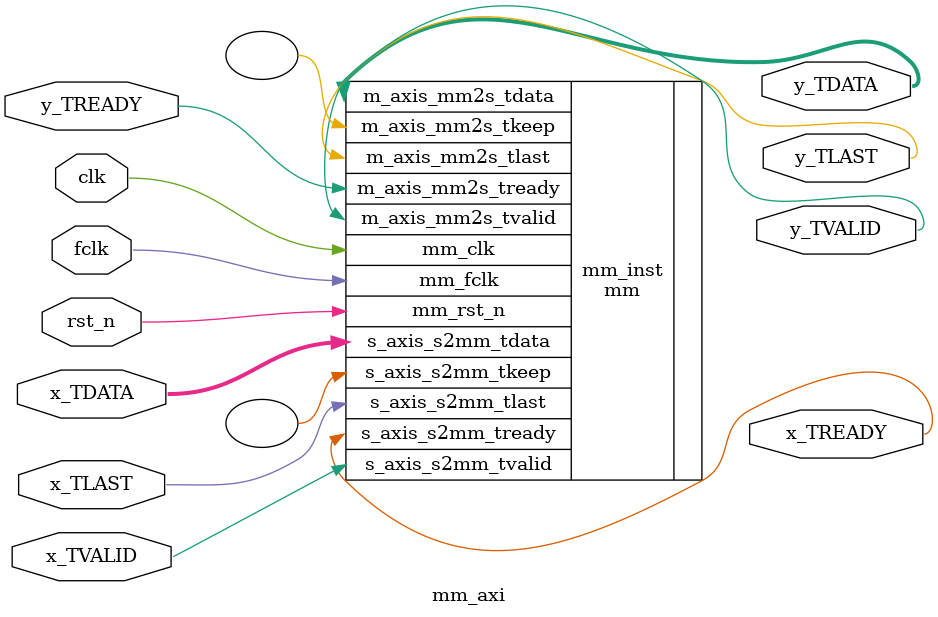
<source format=v>

module mm_axi 
#(
	parameter M=8,
	parameter N1=4,
	parameter N2=4
) (
        clk,
        fclk,
        rst_n,
	// incoming stream
        x_TDATA,
        x_TVALID,
        x_TREADY,
        x_TLAST,
	// outgoing stream
        y_TDATA,
        y_TVALID,
        y_TREADY,
        y_TLAST
);

input   clk;
input   fclk;
input   rst_n;
input  [31:0] x_TDATA;
input   x_TVALID;
output   x_TREADY;
input  [0:0] x_TLAST;
output  [31:0] y_TDATA;
output   y_TVALID;
input   y_TREADY;
output  [0:0] y_TLAST;

mm #(.M(M), .N1(N1), .N2(N2), .D_W(8), .D_W_ACC(16))
mm_inst (
	.mm_clk(clk),
	.mm_fclk(fclk),
	.mm_rst_n(rst_n),

	.s_axis_s2mm_tdata(x_TDATA),
	.s_axis_s2mm_tkeep(),
	.s_axis_s2mm_tlast(x_TLAST),
	.s_axis_s2mm_tready(x_TREADY),
	.s_axis_s2mm_tvalid(x_TVALID),

	.m_axis_mm2s_tdata(y_TDATA),
	.m_axis_mm2s_tkeep(),
	.m_axis_mm2s_tlast(y_TLAST),
	.m_axis_mm2s_tready(y_TREADY),
	.m_axis_mm2s_tvalid(y_TVALID)
);

endmodule //mm_axi


</source>
